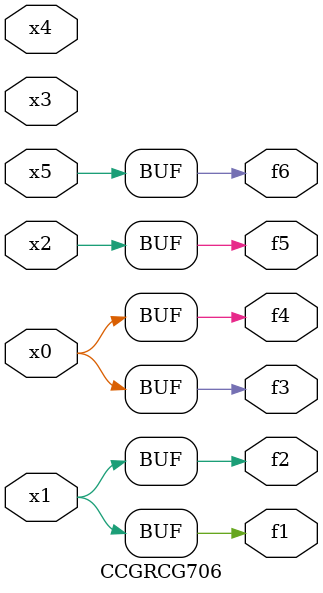
<source format=v>
module CCGRCG706(
	input x0, x1, x2, x3, x4, x5,
	output f1, f2, f3, f4, f5, f6
);
	assign f1 = x1;
	assign f2 = x1;
	assign f3 = x0;
	assign f4 = x0;
	assign f5 = x2;
	assign f6 = x5;
endmodule

</source>
